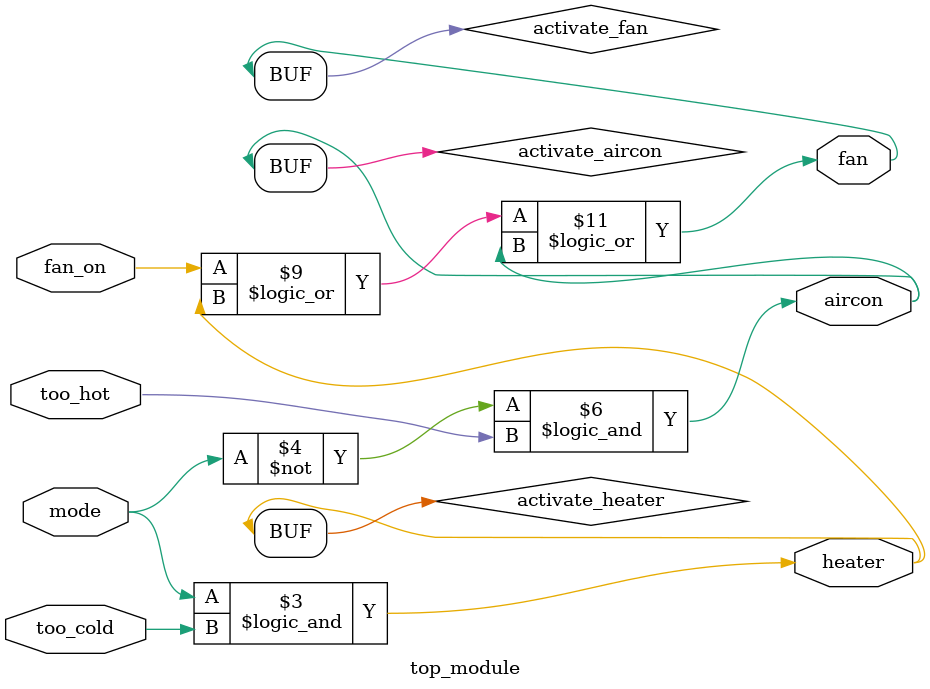
<source format=sv>
module top_module(
    input mode,
    input too_cold,
    input too_hot,
    input fan_on,
    output heater,
    output aircon,
    output fan
);

    // Internal signals
    wire activate_heater;
    wire activate_aircon;
    wire activate_fan;

    // Heater control logic
    assign activate_heater = (mode == 1) && (too_cold == 1);
    assign heater = activate_heater;

    // Air conditioning control logic
    assign activate_aircon = (mode == 0) && (too_hot == 1);
    assign aircon = activate_aircon;

    // Fan control logic
    assign activate_fan = (fan_on == 1) || (heater == 1) || (aircon == 1);
    assign fan = activate_fan;

endmodule

</source>
